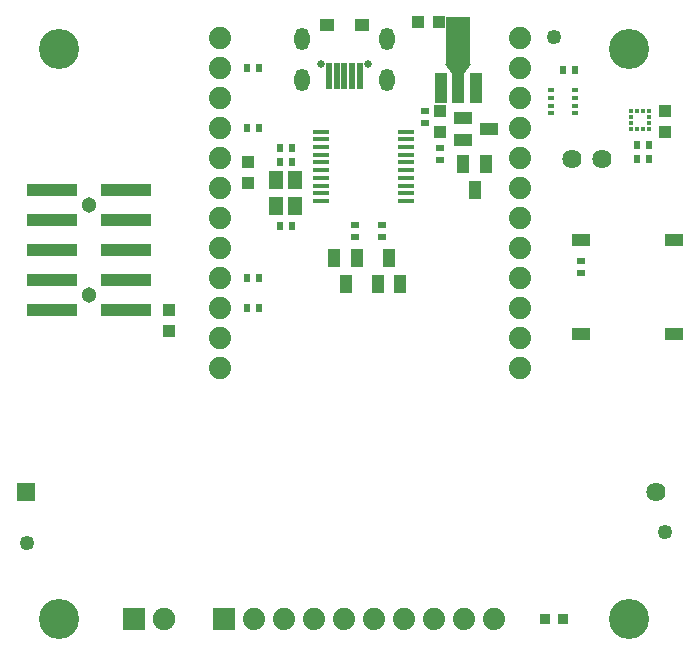
<source format=gbr>
G04 #@! TF.GenerationSoftware,KiCad,Pcbnew,5.1.5+dfsg1-2build2*
G04 #@! TF.CreationDate,2021-03-17T14:18:53+02:00*
G04 #@! TF.ProjectId,LoRa-STM32WL-DevKit_RevA,4c6f5261-2d53-4544-9d33-32574c2d4465,rev?*
G04 #@! TF.SameCoordinates,Original*
G04 #@! TF.FileFunction,Soldermask,Top*
G04 #@! TF.FilePolarity,Negative*
%FSLAX46Y46*%
G04 Gerber Fmt 4.6, Leading zero omitted, Abs format (unit mm)*
G04 Created by KiCad (PCBNEW 5.1.5+dfsg1-2build2) date 2021-03-17 14:18:53*
%MOMM*%
%LPD*%
G04 APERTURE LIST*
%ADD10C,1.880000*%
%ADD11C,1.254000*%
%ADD12C,3.402000*%
%ADD13R,1.371600X0.426600*%
%ADD14O,1.302000X1.902000*%
%ADD15R,1.202000X1.102000*%
%ADD16C,0.652000*%
%ADD17R,0.502000X2.252000*%
%ADD18R,0.350000X0.375000*%
%ADD19R,0.375000X0.350000*%
%ADD20R,0.600000X0.425000*%
%ADD21C,1.301600*%
%ADD22R,4.351600X1.101600*%
%ADD23C,0.100000*%
%ADD24R,2.100580X4.102100*%
%ADD25R,1.102360X2.603500*%
%ADD26C,1.901600*%
%ADD27R,1.901600X1.901600*%
%ADD28R,1.625600X1.117600*%
%ADD29R,0.601600X0.651600*%
%ADD30R,0.602000X0.652000*%
%ADD31C,1.626000*%
%ADD32R,0.651600X0.601600*%
%ADD33R,0.652000X0.602000*%
%ADD34R,1.101600X1.501600*%
%ADD35R,1.301600X1.501600*%
%ADD36R,0.901600X0.901600*%
%ADD37R,1.501600X1.101600*%
%ADD38C,1.879600*%
%ADD39R,1.879600X1.879600*%
%ADD40R,1.117600X1.117600*%
%ADD41C,1.625600*%
%ADD42R,1.625600X1.625600*%
G04 APERTURE END LIST*
D10*
X98724000Y-89210000D03*
X98724000Y-91750000D03*
X98724000Y-94290000D03*
X98724000Y-96830000D03*
X98724000Y-99370000D03*
X98724000Y-101910000D03*
X98724000Y-104450000D03*
X98724000Y-106990000D03*
X98724000Y-109530000D03*
X98724000Y-112070000D03*
X98724000Y-114610000D03*
X98724000Y-117150000D03*
X73324000Y-89210000D03*
X73324000Y-91750000D03*
X73324000Y-94290000D03*
X73324000Y-96830000D03*
X73324000Y-99370000D03*
X73324000Y-101910000D03*
X73324000Y-104450000D03*
X73324000Y-106990000D03*
X73324000Y-109530000D03*
X73324000Y-112070000D03*
X73324000Y-114610000D03*
X73324000Y-117150000D03*
D11*
X56980000Y-131960000D03*
X110990000Y-131000000D03*
X101600000Y-89154000D03*
D12*
X107950000Y-90170000D03*
X59690000Y-90170000D03*
X107950000Y-138430000D03*
X59690000Y-138430000D03*
D13*
X81851500Y-97151000D03*
X81851500Y-97801000D03*
X81851500Y-98451000D03*
X81851500Y-99101000D03*
X81851500Y-99751000D03*
X81851500Y-100401000D03*
X81851500Y-101051000D03*
X81851500Y-101701000D03*
X81851500Y-102351000D03*
X81851500Y-103001000D03*
X89090500Y-103001000D03*
X89090500Y-102351000D03*
X89090500Y-101701000D03*
X89090500Y-101051000D03*
X89090500Y-100401000D03*
X89090500Y-99751000D03*
X89090500Y-99101000D03*
X89090500Y-98451000D03*
X89090500Y-97801000D03*
X89090500Y-97151000D03*
D14*
X80220000Y-89272000D03*
X80220000Y-92742000D03*
X87420000Y-92742000D03*
X87420000Y-89272000D03*
D15*
X82320000Y-88122000D03*
X85320000Y-88122000D03*
D16*
X81820000Y-91422000D03*
X85820000Y-91422000D03*
D17*
X82520000Y-92432000D03*
X83170000Y-92432000D03*
X83820000Y-92432000D03*
X84470000Y-92432000D03*
X85120000Y-92432000D03*
D18*
X108589000Y-95389000D03*
X109089000Y-95389000D03*
D19*
X109589000Y-95389000D03*
X109589000Y-95889000D03*
X109589000Y-96389000D03*
X109589000Y-96889000D03*
D18*
X109089000Y-96889000D03*
X108589000Y-96889000D03*
D19*
X108089000Y-96889000D03*
X108089000Y-96389000D03*
X108089000Y-95889000D03*
X108089000Y-95389000D03*
D20*
X101337000Y-93640000D03*
X101337000Y-94290000D03*
X101337000Y-94940000D03*
X101337000Y-95590000D03*
X103387000Y-95590000D03*
X103387000Y-94940000D03*
X103387000Y-94290000D03*
X103387000Y-93640000D03*
D21*
X62230000Y-103378000D03*
D22*
X65355000Y-112268000D03*
X59105000Y-112268000D03*
X65355000Y-109728000D03*
X59105000Y-109728000D03*
X65355000Y-107188000D03*
X59105000Y-107188000D03*
X65355000Y-104648000D03*
X59105000Y-104648000D03*
X65355000Y-102108000D03*
X59105000Y-102108000D03*
D21*
X62230000Y-110998000D03*
D23*
G36*
X94567770Y-91382850D02*
G01*
X93999542Y-92233750D01*
X92944458Y-92233750D01*
X92376230Y-91382850D01*
X94567770Y-91382850D01*
G37*
D24*
X93472000Y-89458800D03*
D25*
X94973140Y-93411040D03*
X93472000Y-93411040D03*
X91970860Y-93411040D03*
D26*
X68580000Y-138430000D03*
D27*
X66040000Y-138430000D03*
D28*
X111760000Y-106299000D03*
X103886000Y-106299000D03*
X111760000Y-114300000D03*
X103886000Y-114300000D03*
D29*
X75565000Y-109524800D03*
X76581000Y-109524800D03*
X75565000Y-112064800D03*
X76581000Y-112064800D03*
D30*
X108585000Y-99441000D03*
X109601000Y-99441000D03*
D31*
X105664000Y-99441000D03*
X103124000Y-99441000D03*
D30*
X79375000Y-98552000D03*
X78359000Y-98552000D03*
D29*
X76581000Y-91757500D03*
X75565000Y-91757500D03*
X76581000Y-96837500D03*
X75565000Y-96837500D03*
D32*
X84709000Y-105029000D03*
X84709000Y-106045000D03*
X86995000Y-105029000D03*
X86995000Y-106045000D03*
X90678000Y-96393000D03*
X90678000Y-95377000D03*
D33*
X91948000Y-98552000D03*
X91948000Y-99568000D03*
D34*
X86680040Y-110073440D03*
X88582500Y-110073440D03*
X87627460Y-107863640D03*
X84896960Y-107858560D03*
X82994500Y-107858560D03*
X83949540Y-110068360D03*
D35*
X79667000Y-101262000D03*
X78067000Y-103462000D03*
X79667000Y-103462000D03*
X78067000Y-101262000D03*
D36*
X102362000Y-138430000D03*
X100838000Y-138430000D03*
D37*
X93888560Y-95951040D03*
X93888560Y-97853500D03*
X96098360Y-96898460D03*
D34*
X95818960Y-99857560D03*
X93916500Y-99857560D03*
X94871540Y-102067360D03*
D38*
X81280000Y-138430000D03*
X78740000Y-138430000D03*
X76200000Y-138430000D03*
D39*
X73660000Y-138430000D03*
D38*
X83820000Y-138430000D03*
X86360000Y-138430000D03*
X91440000Y-138430000D03*
X88900000Y-138430000D03*
X93980000Y-138430000D03*
X96520000Y-138430000D03*
D32*
X103886000Y-109093000D03*
X103886000Y-108077000D03*
D40*
X68961000Y-112268000D03*
X68961000Y-114046000D03*
D29*
X103378000Y-91948000D03*
X102362000Y-91948000D03*
D40*
X75692000Y-99695000D03*
X75692000Y-101473000D03*
D29*
X109601000Y-98298000D03*
X108585000Y-98298000D03*
D40*
X110998000Y-97155000D03*
X110998000Y-95377000D03*
X91948000Y-95377000D03*
X91948000Y-97155000D03*
D29*
X78359000Y-105156000D03*
X79375000Y-105156000D03*
X79375000Y-99695000D03*
X78359000Y-99695000D03*
D40*
X91821000Y-87884000D03*
X90043000Y-87884000D03*
D41*
X110240000Y-127640000D03*
D42*
X56900000Y-127640000D03*
M02*

</source>
